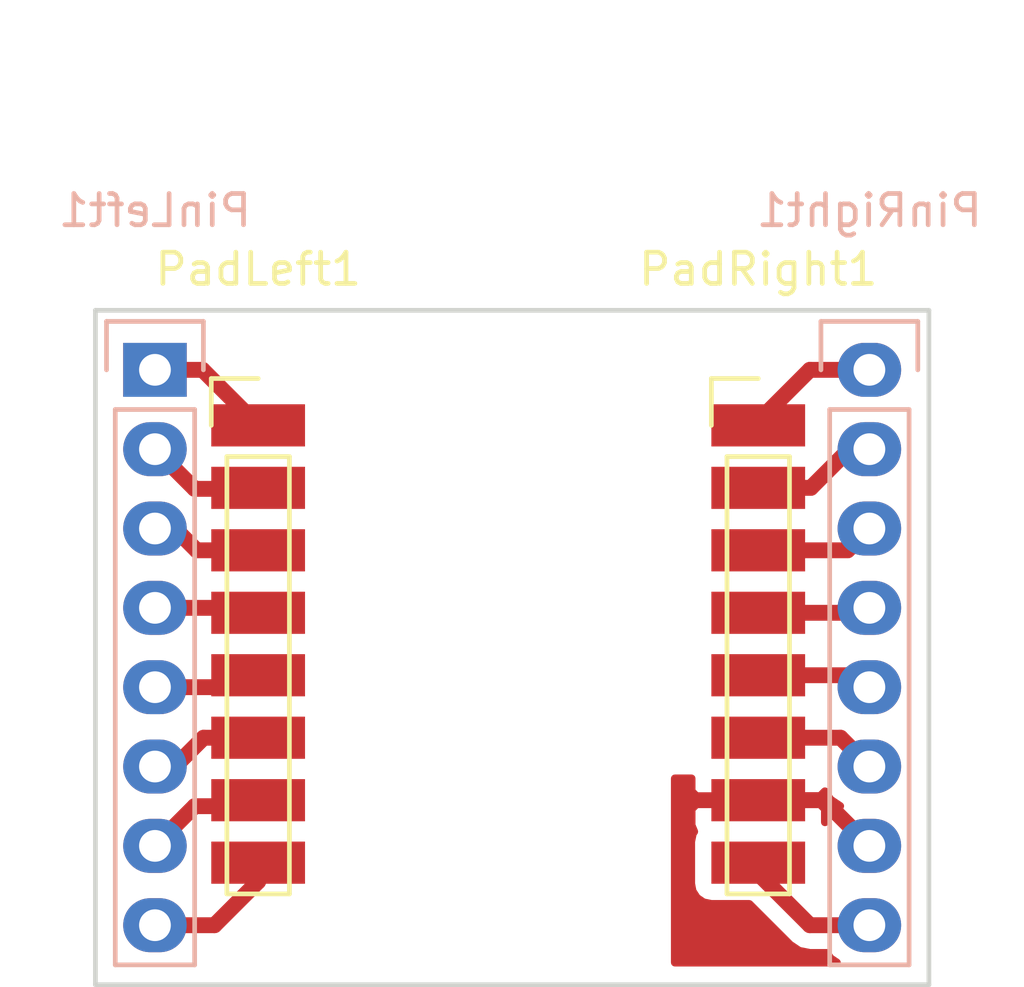
<source format=kicad_pcb>
(kicad_pcb (version 4) (host pcbnew 4.0.5+dfsg1-4)

  (general
    (links 16)
    (no_connects 0)
    (area 135.179999 102.159999 162.000001 123.900001)
    (thickness 1.6)
    (drawings 5)
    (tracks 41)
    (zones 0)
    (modules 4)
    (nets 17)
  )

  (page A4)
  (layers
    (0 F.Cu signal)
    (31 B.Cu signal)
    (32 B.Adhes user)
    (33 F.Adhes user)
    (34 B.Paste user)
    (35 F.Paste user)
    (36 B.SilkS user)
    (37 F.SilkS user)
    (38 B.Mask user)
    (39 F.Mask user)
    (40 Dwgs.User user)
    (41 Cmts.User user)
    (42 Eco1.User user)
    (43 Eco2.User user)
    (44 Edge.Cuts user)
    (45 Margin user)
    (46 B.CrtYd user)
    (47 F.CrtYd user)
    (48 B.Fab user)
    (49 F.Fab user)
  )

  (setup
    (last_trace_width 0.508)
    (user_trace_width 0.508)
    (trace_clearance 0.2)
    (zone_clearance 0.508)
    (zone_45_only no)
    (trace_min 0.2)
    (segment_width 0.2)
    (edge_width 0.15)
    (via_size 0.6)
    (via_drill 0.4)
    (via_min_size 0.4)
    (via_min_drill 0.3)
    (uvia_size 0.3)
    (uvia_drill 0.1)
    (uvias_allowed no)
    (uvia_min_size 0)
    (uvia_min_drill 0)
    (pcb_text_width 0.3)
    (pcb_text_size 1.5 1.5)
    (mod_edge_width 0.15)
    (mod_text_size 1 1)
    (mod_text_width 0.15)
    (pad_size 1.524 1.524)
    (pad_drill 0.762)
    (pad_to_mask_clearance 0.2)
    (aux_axis_origin 0 0)
    (visible_elements FFFFFF7F)
    (pcbplotparams
      (layerselection 0x00030_80000001)
      (usegerberextensions false)
      (excludeedgelayer true)
      (linewidth 0.100000)
      (plotframeref false)
      (viasonmask false)
      (mode 1)
      (useauxorigin false)
      (hpglpennumber 1)
      (hpglpenspeed 20)
      (hpglpendiameter 15)
      (hpglpenoverlay 2)
      (psnegative false)
      (psa4output false)
      (plotreference true)
      (plotvalue true)
      (plotinvisibletext false)
      (padsonsilk false)
      (subtractmaskfromsilk false)
      (outputformat 1)
      (mirror false)
      (drillshape 1)
      (scaleselection 1)
      (outputdirectory ""))
  )

  (net 0 "")
  (net 1 "Net-(PadLeft1-Pad1)")
  (net 2 "Net-(PadLeft1-Pad2)")
  (net 3 "Net-(PadLeft1-Pad3)")
  (net 4 "Net-(PadLeft1-Pad4)")
  (net 5 "Net-(PadLeft1-Pad5)")
  (net 6 "Net-(PadLeft1-Pad6)")
  (net 7 "Net-(PadLeft1-Pad7)")
  (net 8 "Net-(PadLeft1-Pad8)")
  (net 9 "Net-(PadRight1-Pad1)")
  (net 10 "Net-(PadRight1-Pad2)")
  (net 11 "Net-(PadRight1-Pad3)")
  (net 12 "Net-(PadRight1-Pad4)")
  (net 13 "Net-(PadRight1-Pad5)")
  (net 14 "Net-(PadRight1-Pad6)")
  (net 15 "Net-(PadRight1-Pad7)")
  (net 16 "Net-(PadRight1-Pad8)")

  (net_class Default "Esta es la clase de red por defecto."
    (clearance 0.2)
    (trace_width 0.25)
    (via_dia 0.6)
    (via_drill 0.4)
    (uvia_dia 0.3)
    (uvia_drill 0.1)
    (add_net "Net-(PadLeft1-Pad1)")
    (add_net "Net-(PadLeft1-Pad2)")
    (add_net "Net-(PadLeft1-Pad3)")
    (add_net "Net-(PadLeft1-Pad4)")
    (add_net "Net-(PadLeft1-Pad5)")
    (add_net "Net-(PadLeft1-Pad6)")
    (add_net "Net-(PadLeft1-Pad7)")
    (add_net "Net-(PadLeft1-Pad8)")
    (add_net "Net-(PadRight1-Pad1)")
    (add_net "Net-(PadRight1-Pad2)")
    (add_net "Net-(PadRight1-Pad3)")
    (add_net "Net-(PadRight1-Pad4)")
    (add_net "Net-(PadRight1-Pad5)")
    (add_net "Net-(PadRight1-Pad6)")
    (add_net "Net-(PadRight1-Pad7)")
    (add_net "Net-(PadRight1-Pad8)")
  )

  (net_class hand ""
    (clearance 0.508)
    (trace_width 0.508)
    (via_dia 0.6)
    (via_drill 0.4)
    (uvia_dia 0.3)
    (uvia_drill 0.1)
  )

  (module Pin_Headers:Pin_Header_Straight_1x08 (layer B.Cu) (tedit 598E8035) (tstamp 598E7E3E)
    (at 160.02 104.14 180)
    (descr "Through hole pin header")
    (tags "pin header")
    (path /598E7E0F)
    (fp_text reference PinRight1 (at 0 5.1 180) (layer B.SilkS)
      (effects (font (size 1 1) (thickness 0.15)) (justify mirror))
    )
    (fp_text value CONN_01X08 (at 0 3.1 180) (layer B.Fab)
      (effects (font (size 1 1) (thickness 0.15)) (justify mirror))
    )
    (fp_line (start -1.75 1.75) (end -1.75 -19.55) (layer B.CrtYd) (width 0.05))
    (fp_line (start 1.75 1.75) (end 1.75 -19.55) (layer B.CrtYd) (width 0.05))
    (fp_line (start -1.75 1.75) (end 1.75 1.75) (layer B.CrtYd) (width 0.05))
    (fp_line (start -1.75 -19.55) (end 1.75 -19.55) (layer B.CrtYd) (width 0.05))
    (fp_line (start 1.27 -1.27) (end 1.27 -19.05) (layer B.SilkS) (width 0.15))
    (fp_line (start 1.27 -19.05) (end -1.27 -19.05) (layer B.SilkS) (width 0.15))
    (fp_line (start -1.27 -19.05) (end -1.27 -1.27) (layer B.SilkS) (width 0.15))
    (fp_line (start 1.55 1.55) (end 1.55 0) (layer B.SilkS) (width 0.15))
    (fp_line (start 1.27 -1.27) (end -1.27 -1.27) (layer B.SilkS) (width 0.15))
    (fp_line (start -1.55 0) (end -1.55 1.55) (layer B.SilkS) (width 0.15))
    (fp_line (start -1.55 1.55) (end 1.55 1.55) (layer B.SilkS) (width 0.15))
    (pad 1 thru_hole oval (at 0 0 180) (size 2.032 1.7272) (drill 1.016) (layers *.Cu *.Mask)
      (net 9 "Net-(PadRight1-Pad1)"))
    (pad 2 thru_hole oval (at 0 -2.54 180) (size 2.032 1.7272) (drill 1.016) (layers *.Cu *.Mask)
      (net 10 "Net-(PadRight1-Pad2)"))
    (pad 3 thru_hole oval (at 0 -5.08 180) (size 2.032 1.7272) (drill 1.016) (layers *.Cu *.Mask)
      (net 11 "Net-(PadRight1-Pad3)"))
    (pad 4 thru_hole oval (at 0 -7.62 180) (size 2.032 1.7272) (drill 1.016) (layers *.Cu *.Mask)
      (net 12 "Net-(PadRight1-Pad4)"))
    (pad 5 thru_hole oval (at 0 -10.16 180) (size 2.032 1.7272) (drill 1.016) (layers *.Cu *.Mask)
      (net 13 "Net-(PadRight1-Pad5)"))
    (pad 6 thru_hole oval (at 0 -12.7 180) (size 2.032 1.7272) (drill 1.016) (layers *.Cu *.Mask)
      (net 14 "Net-(PadRight1-Pad6)"))
    (pad 7 thru_hole oval (at 0 -15.24 180) (size 2.032 1.7272) (drill 1.016) (layers *.Cu *.Mask)
      (net 15 "Net-(PadRight1-Pad7)"))
    (pad 8 thru_hole oval (at 0 -17.78 180) (size 2.032 1.7272) (drill 1.016) (layers *.Cu *.Mask)
      (net 16 "Net-(PadRight1-Pad8)"))
    (model Pin_Headers.3dshapes/Pin_Header_Straight_1x08.wrl
      (at (xyz 0 -0.35 0))
      (scale (xyz 1 1 1))
      (rotate (xyz 0 0 90))
    )
  )

  (module Pin_Headers:Pin_Header_Straight_1x08_Pitch2.00mm (layer F.Cu) (tedit 598E7EE5) (tstamp 598E7E26)
    (at 156.464 105.918)
    (descr "Through hole pin header, 1x08, 2.00mm pitch, single row")
    (tags "pin header single row")
    (path /598E7F2C)
    (fp_text reference PadRight1 (at 0 -5) (layer F.SilkS)
      (effects (font (size 1 1) (thickness 0.15)))
    )
    (fp_text value CONN_01X08 (at 0 -3) (layer F.Fab)
      (effects (font (size 1 1) (thickness 0.15)))
    )
    (fp_line (start -1 1) (end 1 1) (layer F.SilkS) (width 0.15))
    (fp_line (start 1 1) (end 1 15) (layer F.SilkS) (width 0.15))
    (fp_line (start 1 15) (end -1 15) (layer F.SilkS) (width 0.15))
    (fp_line (start -1 15) (end -1 1) (layer F.SilkS) (width 0.15))
    (fp_line (start -1.6 -1.6) (end 1.6 -1.6) (layer F.CrtYd) (width 0.05))
    (fp_line (start 1.6 -1.6) (end 1.6 15.6) (layer F.CrtYd) (width 0.05))
    (fp_line (start 1.6 15.6) (end -1.6 15.6) (layer F.CrtYd) (width 0.05))
    (fp_line (start -1.6 15.6) (end -1.6 -1.6) (layer F.CrtYd) (width 0.05))
    (fp_line (start -1.5 0) (end -1.5 -1.5) (layer F.SilkS) (width 0.15))
    (fp_line (start -1.5 -1.5) (end 0 -1.5) (layer F.SilkS) (width 0.15))
    (pad 1 smd rect (at 0 0) (size 3 1.35) (layers F.Cu F.Paste F.Mask)
      (net 9 "Net-(PadRight1-Pad1)"))
    (pad 2 smd rect (at 0 2) (size 3 1.35) (layers F.Cu F.Paste F.Mask)
      (net 10 "Net-(PadRight1-Pad2)"))
    (pad 3 smd rect (at 0 4) (size 3 1.35) (layers F.Cu F.Paste F.Mask)
      (net 11 "Net-(PadRight1-Pad3)"))
    (pad 4 smd rect (at 0 6) (size 3 1.35) (layers F.Cu F.Paste F.Mask)
      (net 12 "Net-(PadRight1-Pad4)"))
    (pad 5 smd rect (at 0 8) (size 3 1.35) (layers F.Cu F.Paste F.Mask)
      (net 13 "Net-(PadRight1-Pad5)"))
    (pad 6 smd rect (at 0 10) (size 3 1.35) (layers F.Cu F.Paste F.Mask)
      (net 14 "Net-(PadRight1-Pad6)"))
    (pad 7 smd rect (at 0 12) (size 3 1.35) (layers F.Cu F.Paste F.Mask)
      (net 15 "Net-(PadRight1-Pad7)"))
    (pad 8 smd rect (at 0 14) (size 3 1.35) (layers F.Cu F.Paste F.Mask)
      (net 16 "Net-(PadRight1-Pad8)"))
    (model Pin_Headers.3dshapes/Pin_Header_Straight_1x08_Pitch2.00mm.wrl
      (at (xyz 0 0 0))
      (scale (xyz 1 1 1))
      (rotate (xyz 0 0 0))
    )
  )

  (module Pin_Headers:Pin_Header_Straight_1x08_Pitch2.00mm (layer F.Cu) (tedit 598E7EAE) (tstamp 598E7E1A)
    (at 140.462 105.918)
    (descr "Through hole pin header, 1x08, 2.00mm pitch, single row")
    (tags "pin header single row")
    (path /598E7F6F)
    (fp_text reference PadLeft1 (at 0 -5) (layer F.SilkS)
      (effects (font (size 1 1) (thickness 0.15)))
    )
    (fp_text value CONN_01X08 (at 0 -3) (layer F.Fab)
      (effects (font (size 1 1) (thickness 0.15)))
    )
    (fp_line (start -1 1) (end 1 1) (layer F.SilkS) (width 0.15))
    (fp_line (start 1 1) (end 1 15) (layer F.SilkS) (width 0.15))
    (fp_line (start 1 15) (end -1 15) (layer F.SilkS) (width 0.15))
    (fp_line (start -1 15) (end -1 1) (layer F.SilkS) (width 0.15))
    (fp_line (start -1.6 -1.6) (end 1.6 -1.6) (layer F.CrtYd) (width 0.05))
    (fp_line (start 1.6 -1.6) (end 1.6 15.6) (layer F.CrtYd) (width 0.05))
    (fp_line (start 1.6 15.6) (end -1.6 15.6) (layer F.CrtYd) (width 0.05))
    (fp_line (start -1.6 15.6) (end -1.6 -1.6) (layer F.CrtYd) (width 0.05))
    (fp_line (start -1.5 0) (end -1.5 -1.5) (layer F.SilkS) (width 0.15))
    (fp_line (start -1.5 -1.5) (end 0 -1.5) (layer F.SilkS) (width 0.15))
    (pad 1 smd rect (at 0 0) (size 3 1.35) (layers F.Cu F.Paste F.Mask)
      (net 1 "Net-(PadLeft1-Pad1)"))
    (pad 2 smd rect (at 0 2) (size 3 1.35) (layers F.Cu F.Paste F.Mask)
      (net 2 "Net-(PadLeft1-Pad2)"))
    (pad 3 smd rect (at 0 4) (size 3 1.35) (layers F.Cu F.Paste F.Mask)
      (net 3 "Net-(PadLeft1-Pad3)"))
    (pad 4 smd rect (at 0 6) (size 3 1.35) (layers F.Cu F.Paste F.Mask)
      (net 4 "Net-(PadLeft1-Pad4)"))
    (pad 5 smd rect (at 0 8) (size 3 1.35) (layers F.Cu F.Paste F.Mask)
      (net 5 "Net-(PadLeft1-Pad5)"))
    (pad 6 smd rect (at 0 10) (size 3 1.35) (layers F.Cu F.Paste F.Mask)
      (net 6 "Net-(PadLeft1-Pad6)"))
    (pad 7 smd rect (at 0 12) (size 3 1.35) (layers F.Cu F.Paste F.Mask)
      (net 7 "Net-(PadLeft1-Pad7)"))
    (pad 8 smd rect (at 0 14) (size 3 1.35) (layers F.Cu F.Paste F.Mask)
      (net 8 "Net-(PadLeft1-Pad8)"))
    (model Pin_Headers.3dshapes/Pin_Header_Straight_1x08_Pitch2.00mm.wrl
      (at (xyz 0 0 0))
      (scale (xyz 1 1 1))
      (rotate (xyz 0 0 0))
    )
  )

  (module Pin_Headers:Pin_Header_Straight_1x08 (layer B.Cu) (tedit 0) (tstamp 598E7E32)
    (at 137.16 104.14 180)
    (descr "Through hole pin header")
    (tags "pin header")
    (path /598E7EA5)
    (fp_text reference PinLeft1 (at 0 5.1 180) (layer B.SilkS)
      (effects (font (size 1 1) (thickness 0.15)) (justify mirror))
    )
    (fp_text value CONN_01X08 (at 0 3.1 180) (layer B.Fab)
      (effects (font (size 1 1) (thickness 0.15)) (justify mirror))
    )
    (fp_line (start -1.75 1.75) (end -1.75 -19.55) (layer B.CrtYd) (width 0.05))
    (fp_line (start 1.75 1.75) (end 1.75 -19.55) (layer B.CrtYd) (width 0.05))
    (fp_line (start -1.75 1.75) (end 1.75 1.75) (layer B.CrtYd) (width 0.05))
    (fp_line (start -1.75 -19.55) (end 1.75 -19.55) (layer B.CrtYd) (width 0.05))
    (fp_line (start 1.27 -1.27) (end 1.27 -19.05) (layer B.SilkS) (width 0.15))
    (fp_line (start 1.27 -19.05) (end -1.27 -19.05) (layer B.SilkS) (width 0.15))
    (fp_line (start -1.27 -19.05) (end -1.27 -1.27) (layer B.SilkS) (width 0.15))
    (fp_line (start 1.55 1.55) (end 1.55 0) (layer B.SilkS) (width 0.15))
    (fp_line (start 1.27 -1.27) (end -1.27 -1.27) (layer B.SilkS) (width 0.15))
    (fp_line (start -1.55 0) (end -1.55 1.55) (layer B.SilkS) (width 0.15))
    (fp_line (start -1.55 1.55) (end 1.55 1.55) (layer B.SilkS) (width 0.15))
    (pad 1 thru_hole rect (at 0 0 180) (size 2.032 1.7272) (drill 1.016) (layers *.Cu *.Mask)
      (net 1 "Net-(PadLeft1-Pad1)"))
    (pad 2 thru_hole oval (at 0 -2.54 180) (size 2.032 1.7272) (drill 1.016) (layers *.Cu *.Mask)
      (net 2 "Net-(PadLeft1-Pad2)"))
    (pad 3 thru_hole oval (at 0 -5.08 180) (size 2.032 1.7272) (drill 1.016) (layers *.Cu *.Mask)
      (net 3 "Net-(PadLeft1-Pad3)"))
    (pad 4 thru_hole oval (at 0 -7.62 180) (size 2.032 1.7272) (drill 1.016) (layers *.Cu *.Mask)
      (net 4 "Net-(PadLeft1-Pad4)"))
    (pad 5 thru_hole oval (at 0 -10.16 180) (size 2.032 1.7272) (drill 1.016) (layers *.Cu *.Mask)
      (net 5 "Net-(PadLeft1-Pad5)"))
    (pad 6 thru_hole oval (at 0 -12.7 180) (size 2.032 1.7272) (drill 1.016) (layers *.Cu *.Mask)
      (net 6 "Net-(PadLeft1-Pad6)"))
    (pad 7 thru_hole oval (at 0 -15.24 180) (size 2.032 1.7272) (drill 1.016) (layers *.Cu *.Mask)
      (net 7 "Net-(PadLeft1-Pad7)"))
    (pad 8 thru_hole oval (at 0 -17.78 180) (size 2.032 1.7272) (drill 1.016) (layers *.Cu *.Mask)
      (net 8 "Net-(PadLeft1-Pad8)"))
    (model Pin_Headers.3dshapes/Pin_Header_Straight_1x08.wrl
      (at (xyz 0 -0.35 0))
      (scale (xyz 1 1 1))
      (rotate (xyz 0 0 90))
    )
  )

  (gr_line (start 135.255 123.825) (end 135.255 102.235) (angle 90) (layer Edge.Cuts) (width 0.15))
  (gr_line (start 161.925 123.825) (end 135.255 123.825) (angle 90) (layer Edge.Cuts) (width 0.15))
  (gr_line (start 161.925 102.235) (end 161.925 123.825) (angle 90) (layer Edge.Cuts) (width 0.15))
  (gr_line (start 135.255 102.235) (end 161.925 102.235) (angle 90) (layer Edge.Cuts) (width 0.15))
  (dimension 16.002 (width 0.3) (layer Dwgs.User)
    (gr_text 16,002mm (at 148.463 94.154) (layer Dwgs.User)
      (effects (font (size 1.5 1.5) (thickness 0.3)))
    )
    (feature1 (pts (xy 156.464 105.918) (xy 156.464 92.804)))
    (feature2 (pts (xy 140.462 105.918) (xy 140.462 92.804)))
    (crossbar (pts (xy 140.462 95.504) (xy 156.464 95.504)))
    (arrow1a (pts (xy 156.464 95.504) (xy 155.337496 96.090421)))
    (arrow1b (pts (xy 156.464 95.504) (xy 155.337496 94.917579)))
    (arrow2a (pts (xy 140.462 95.504) (xy 141.588504 96.090421)))
    (arrow2b (pts (xy 140.462 95.504) (xy 141.588504 94.917579)))
  )

  (segment (start 137.16 104.14) (end 138.684 104.14) (width 0.508) (layer F.Cu) (net 1))
  (segment (start 138.684 104.14) (end 140.462 105.918) (width 0.508) (layer F.Cu) (net 1) (tstamp 598E8230))
  (segment (start 137.16 106.68) (end 138.43 107.95) (width 0.508) (layer F.Cu) (net 2))
  (segment (start 138.43 107.95) (end 140.43 107.95) (width 0.508) (layer F.Cu) (net 2) (tstamp 598E8233))
  (segment (start 140.43 107.95) (end 140.462 107.918) (width 0.508) (layer F.Cu) (net 2) (tstamp 598E8234))
  (segment (start 140.43 107.95) (end 140.462 107.918) (width 0.508) (layer F.Cu) (net 2) (tstamp 598E821D))
  (segment (start 137.16 109.22) (end 137.795 109.22) (width 0.508) (layer F.Cu) (net 3))
  (segment (start 137.795 109.22) (end 138.493 109.918) (width 0.508) (layer F.Cu) (net 3) (tstamp 598E8237))
  (segment (start 138.493 109.918) (end 140.462 109.918) (width 0.508) (layer F.Cu) (net 3) (tstamp 598E8238))
  (segment (start 137.16 111.76) (end 140.304 111.76) (width 0.508) (layer F.Cu) (net 4))
  (segment (start 140.304 111.76) (end 140.462 111.918) (width 0.508) (layer F.Cu) (net 4) (tstamp 598E823B))
  (segment (start 137.16 114.3) (end 140.08 114.3) (width 0.508) (layer F.Cu) (net 5))
  (segment (start 140.08 114.3) (end 140.462 113.918) (width 0.508) (layer F.Cu) (net 5) (tstamp 598E823E))
  (segment (start 137.16 116.84) (end 137.795 116.84) (width 0.508) (layer F.Cu) (net 6))
  (segment (start 137.795 116.84) (end 138.717 115.918) (width 0.508) (layer F.Cu) (net 6) (tstamp 598E8241))
  (segment (start 138.717 115.918) (end 140.462 115.918) (width 0.508) (layer F.Cu) (net 6) (tstamp 598E8242))
  (segment (start 137.16 119.38) (end 138.43 118.11) (width 0.508) (layer F.Cu) (net 7))
  (segment (start 138.43 118.11) (end 140.27 118.11) (width 0.508) (layer F.Cu) (net 7) (tstamp 598E8245))
  (segment (start 140.27 118.11) (end 140.462 117.918) (width 0.508) (layer F.Cu) (net 7) (tstamp 598E8248))
  (segment (start 137.16 121.92) (end 139.065 121.92) (width 0.508) (layer F.Cu) (net 8))
  (segment (start 139.065 121.92) (end 140.462 120.523) (width 0.508) (layer F.Cu) (net 8) (tstamp 598E8251))
  (segment (start 140.462 120.523) (end 140.462 119.918) (width 0.508) (layer F.Cu) (net 8) (tstamp 598E8258))
  (segment (start 158.115 104.14) (end 156.464 105.791) (width 0.508) (layer F.Cu) (net 9) (tstamp 598E825C))
  (segment (start 156.464 105.791) (end 156.464 105.918) (width 0.508) (layer F.Cu) (net 9) (tstamp 598E825E))
  (segment (start 160.02 104.14) (end 158.115 104.14) (width 0.508) (layer F.Cu) (net 9))
  (segment (start 156.464 107.918) (end 158.147 107.918) (width 0.508) (layer F.Cu) (net 10))
  (segment (start 158.147 107.918) (end 159.385 106.68) (width 0.508) (layer F.Cu) (net 10) (tstamp 598E8265))
  (segment (start 159.385 106.68) (end 160.02 106.68) (width 0.508) (layer F.Cu) (net 10) (tstamp 598E8266))
  (segment (start 156.464 109.918) (end 159.322 109.918) (width 0.508) (layer F.Cu) (net 11))
  (segment (start 159.322 109.918) (end 160.02 109.22) (width 0.508) (layer F.Cu) (net 11) (tstamp 598E8269))
  (segment (start 156.464 111.918) (end 159.862 111.918) (width 0.508) (layer F.Cu) (net 12))
  (segment (start 159.862 111.918) (end 160.02 111.76) (width 0.508) (layer F.Cu) (net 12) (tstamp 598E826C))
  (segment (start 156.464 113.918) (end 159.638 113.918) (width 0.508) (layer F.Cu) (net 13))
  (segment (start 159.638 113.918) (end 160.02 114.3) (width 0.508) (layer F.Cu) (net 13) (tstamp 598E826F))
  (segment (start 156.464 115.918) (end 159.098 115.918) (width 0.508) (layer F.Cu) (net 14))
  (segment (start 159.098 115.918) (end 160.02 116.84) (width 0.508) (layer F.Cu) (net 14) (tstamp 598E8272))
  (segment (start 156.464 117.918) (end 158.558 117.918) (width 0.508) (layer F.Cu) (net 15))
  (segment (start 158.558 117.918) (end 160.02 119.38) (width 0.508) (layer F.Cu) (net 15) (tstamp 598E8275))
  (segment (start 160.02 121.92) (end 158.115 121.92) (width 0.508) (layer F.Cu) (net 16))
  (segment (start 158.115 121.92) (end 156.464 120.269) (width 0.508) (layer F.Cu) (net 16) (tstamp 598E8261))
  (segment (start 156.464 120.269) (end 156.464 119.918) (width 0.508) (layer F.Cu) (net 16) (tstamp 598E8262))

  (zone (net 15) (net_name "Net-(PadRight1-Pad7)") (layer F.Cu) (tstamp 598E8BE8) (hatch edge 0.508)
    (connect_pads (clearance 0.508))
    (min_thickness 0.254)
    (fill yes (arc_segments 16) (thermal_gap 0.508) (thermal_bridge_width 0.508))
    (polygon
      (pts
        (xy 159.512 118.11) (xy 161.798 118.11) (xy 161.798 123.698) (xy 153.67 123.698) (xy 153.67 117.094)
        (xy 158.242 117.094)
      )
    )
    (filled_polygon
      (pts
        (xy 154.329 117.63225) (xy 154.48775 117.791) (xy 156.337 117.791) (xy 156.337 117.771) (xy 156.591 117.771)
        (xy 156.591 117.791) (xy 158.44025 117.791) (xy 158.597741 117.633509) (xy 158.775585 117.89967) (xy 159.085069 118.106461)
        (xy 158.669268 118.477964) (xy 158.599 118.623837) (xy 158.599 118.20375) (xy 158.44025 118.045) (xy 156.591 118.045)
        (xy 156.591 118.065) (xy 156.337 118.065) (xy 156.337 118.045) (xy 154.48775 118.045) (xy 154.329 118.20375)
        (xy 154.329 118.71931) (xy 154.413649 118.92367) (xy 154.367569 118.99111) (xy 154.31656 119.243) (xy 154.31656 120.593)
        (xy 154.360838 120.828317) (xy 154.49991 121.044441) (xy 154.71211 121.189431) (xy 154.964 121.24044) (xy 156.178204 121.24044)
        (xy 157.486382 122.548618) (xy 157.774795 122.74133) (xy 158.115 122.809) (xy 158.661547 122.809) (xy 158.775585 122.97967)
        (xy 158.978121 123.115) (xy 153.797 123.115) (xy 153.797 117.221) (xy 154.329 117.221)
      )
    )
    (filled_polygon
      (pts
        (xy 160.147 119.253) (xy 160.167 119.253) (xy 160.167 119.507) (xy 160.147 119.507) (xy 160.147 119.527)
        (xy 159.893 119.527) (xy 159.893 119.507) (xy 159.873 119.507) (xy 159.873 119.253) (xy 159.893 119.253)
        (xy 159.893 119.233) (xy 160.147 119.233)
      )
    )
  )
)

</source>
